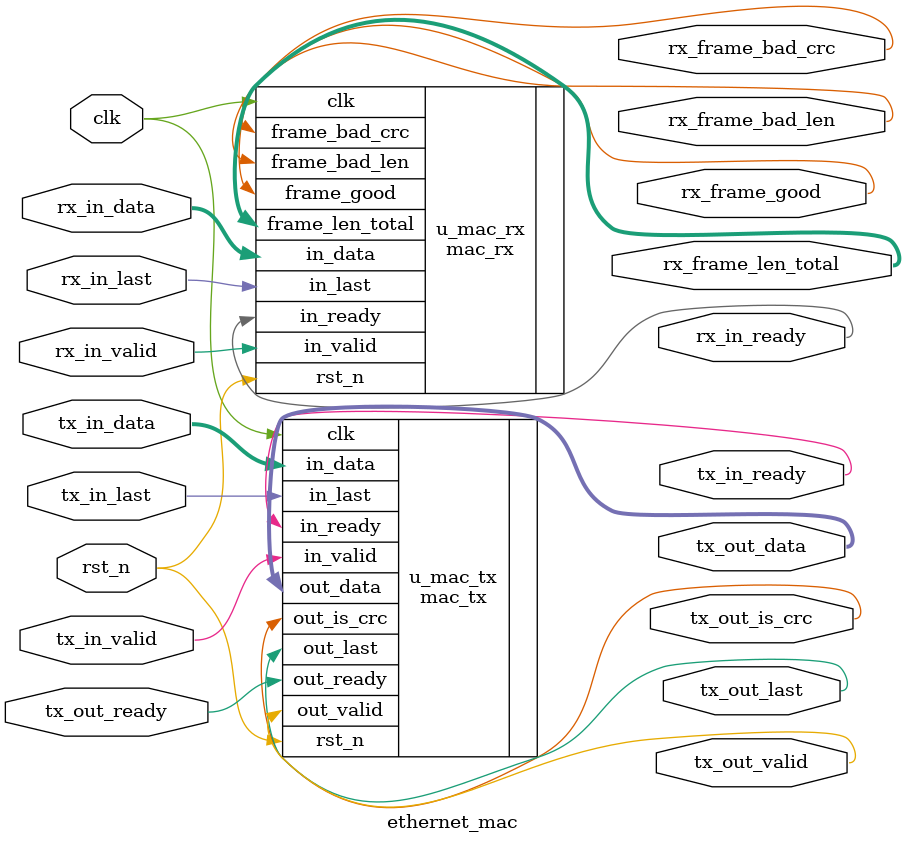
<source format=sv>
`include "crc32_eth.svh"

module ethernet_mac (
    input  logic        clk,
    input  logic        rst_n,

    // TX interface
    input  logic        tx_in_valid,
    output logic        tx_in_ready,
    input  logic [7:0]  tx_in_data,
    input  logic        tx_in_last,

    output logic        tx_out_valid,
    input  logic        tx_out_ready,
    output logic [7:0]  tx_out_data,
    output logic        tx_out_last,
    output logic        tx_out_is_crc,

    // RX interface
    input  logic        rx_in_valid,
    output logic        rx_in_ready,
    input  logic [7:0]  rx_in_data,
    input  logic        rx_in_last,

    output logic        rx_frame_good,
    output logic        rx_frame_bad_crc,
    output logic        rx_frame_bad_len,
    output logic [15:0] rx_frame_len_total
);

    // TX instance
    mac_tx u_mac_tx (
        .clk      (clk),
        .rst_n    (rst_n),
        .in_valid (tx_in_valid),
        .in_ready (tx_in_ready),
        .in_data  (tx_in_data),
        .in_last  (tx_in_last),

        .out_valid(tx_out_valid),
        .out_ready(tx_out_ready),
        .out_data (tx_out_data),
        .out_last (tx_out_last),
        .out_is_crc(tx_out_is_crc)
    );

    // RX instance
    mac_rx u_mac_rx (
        .clk        (clk),
        .rst_n      (rst_n),
        .in_valid   (rx_in_valid),
        .in_ready   (rx_in_ready),
        .in_data    (rx_in_data),
        .in_last    (rx_in_last),

        .frame_good     (rx_frame_good),
        .frame_bad_crc  (rx_frame_bad_crc),
        .frame_bad_len  (rx_frame_bad_len),
        .frame_len_total(rx_frame_len_total)
    );

endmodule

</source>
